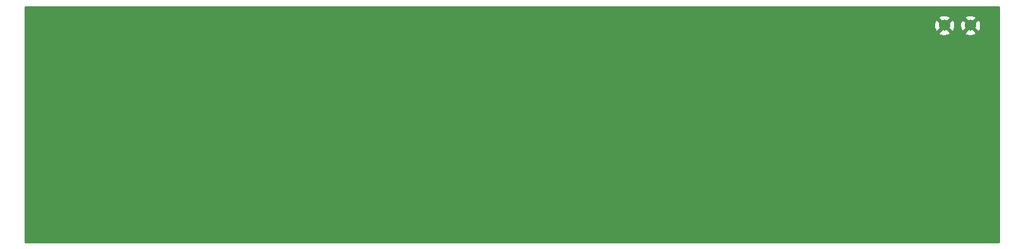
<source format=gbr>
G04 #@! TF.GenerationSoftware,KiCad,Pcbnew,5.1.2-f72e74a~84~ubuntu18.04.1*
G04 #@! TF.CreationDate,2019-07-26T13:12:55+02:00*
G04 #@! TF.ProjectId,filtre_calcule,66696c74-7265-45f6-9361-6c63756c652e,rev?*
G04 #@! TF.SameCoordinates,Original*
G04 #@! TF.FileFunction,Copper,L2,Bot*
G04 #@! TF.FilePolarity,Positive*
%FSLAX46Y46*%
G04 Gerber Fmt 4.6, Leading zero omitted, Abs format (unit mm)*
G04 Created by KiCad (PCBNEW 5.1.2-f72e74a~84~ubuntu18.04.1) date 2019-07-26 13:12:55*
%MOMM*%
%LPD*%
G04 APERTURE LIST*
%ADD10C,1.524000*%
%ADD11C,0.800000*%
%ADD12C,0.254000*%
G04 APERTURE END LIST*
D10*
X187325000Y-73025000D03*
X183825000Y-73025000D03*
D11*
X102365000Y-77470000D03*
X99565000Y-77470000D03*
X100965000Y-77830000D03*
X123190000Y-79220000D03*
X125220000Y-80645000D03*
X122420000Y-80645000D03*
X123825000Y-80470000D03*
X124460000Y-79220000D03*
X143510000Y-83640000D03*
X145550000Y-85090000D03*
X142700000Y-85090000D03*
X144145000Y-85040000D03*
X144780000Y-83640000D03*
X167165000Y-88900000D03*
X164315000Y-88900000D03*
X165735000Y-89260000D03*
X144780000Y-99210000D03*
X142765000Y-97790000D03*
X145565000Y-97790000D03*
X144145000Y-97810000D03*
X143510000Y-99210000D03*
X123190000Y-96440000D03*
X121135000Y-95250000D03*
X123935000Y-95250000D03*
X122555000Y-94975000D03*
X121920000Y-96440000D03*
X101600000Y-92255000D03*
X99545000Y-90805000D03*
X102345000Y-90805000D03*
X100965000Y-90805000D03*
X100330000Y-92255000D03*
X78740000Y-87600000D03*
X80010000Y-87600000D03*
X77965000Y-86360000D03*
X79375000Y-86300000D03*
X189230000Y-92710000D03*
X187960000Y-92710000D03*
X186690000Y-92710000D03*
X189230000Y-97790000D03*
X187960000Y-97790000D03*
X186690000Y-97790000D03*
X63900000Y-78105000D03*
X62230000Y-78105000D03*
X60960000Y-78105000D03*
X63500000Y-83185000D03*
X62230000Y-83185000D03*
X60960000Y-83185000D03*
X165100000Y-87860000D03*
X166370000Y-87860000D03*
X100330000Y-76455000D03*
X101600000Y-76455000D03*
X80765000Y-86360000D03*
D12*
G36*
X191110001Y-102210000D02*
G01*
X60350000Y-102210000D01*
X60350000Y-73990565D01*
X183039040Y-73990565D01*
X183106020Y-74230656D01*
X183355048Y-74347756D01*
X183622135Y-74414023D01*
X183897017Y-74426910D01*
X184169133Y-74385922D01*
X184428023Y-74292636D01*
X184543980Y-74230656D01*
X184610960Y-73990565D01*
X186539040Y-73990565D01*
X186606020Y-74230656D01*
X186855048Y-74347756D01*
X187122135Y-74414023D01*
X187397017Y-74426910D01*
X187669133Y-74385922D01*
X187928023Y-74292636D01*
X188043980Y-74230656D01*
X188110960Y-73990565D01*
X187325000Y-73204605D01*
X186539040Y-73990565D01*
X184610960Y-73990565D01*
X183825000Y-73204605D01*
X183039040Y-73990565D01*
X60350000Y-73990565D01*
X60350000Y-73097017D01*
X182423090Y-73097017D01*
X182464078Y-73369133D01*
X182557364Y-73628023D01*
X182619344Y-73743980D01*
X182859435Y-73810960D01*
X183645395Y-73025000D01*
X184004605Y-73025000D01*
X184790565Y-73810960D01*
X185030656Y-73743980D01*
X185147756Y-73494952D01*
X185214023Y-73227865D01*
X185220157Y-73097017D01*
X185923090Y-73097017D01*
X185964078Y-73369133D01*
X186057364Y-73628023D01*
X186119344Y-73743980D01*
X186359435Y-73810960D01*
X187145395Y-73025000D01*
X187504605Y-73025000D01*
X188290565Y-73810960D01*
X188530656Y-73743980D01*
X188647756Y-73494952D01*
X188714023Y-73227865D01*
X188726910Y-72952983D01*
X188685922Y-72680867D01*
X188592636Y-72421977D01*
X188530656Y-72306020D01*
X188290565Y-72239040D01*
X187504605Y-73025000D01*
X187145395Y-73025000D01*
X186359435Y-72239040D01*
X186119344Y-72306020D01*
X186002244Y-72555048D01*
X185935977Y-72822135D01*
X185923090Y-73097017D01*
X185220157Y-73097017D01*
X185226910Y-72952983D01*
X185185922Y-72680867D01*
X185092636Y-72421977D01*
X185030656Y-72306020D01*
X184790565Y-72239040D01*
X184004605Y-73025000D01*
X183645395Y-73025000D01*
X182859435Y-72239040D01*
X182619344Y-72306020D01*
X182502244Y-72555048D01*
X182435977Y-72822135D01*
X182423090Y-73097017D01*
X60350000Y-73097017D01*
X60350000Y-72059435D01*
X183039040Y-72059435D01*
X183825000Y-72845395D01*
X184610960Y-72059435D01*
X186539040Y-72059435D01*
X187325000Y-72845395D01*
X188110960Y-72059435D01*
X188043980Y-71819344D01*
X187794952Y-71702244D01*
X187527865Y-71635977D01*
X187252983Y-71623090D01*
X186980867Y-71664078D01*
X186721977Y-71757364D01*
X186606020Y-71819344D01*
X186539040Y-72059435D01*
X184610960Y-72059435D01*
X184543980Y-71819344D01*
X184294952Y-71702244D01*
X184027865Y-71635977D01*
X183752983Y-71623090D01*
X183480867Y-71664078D01*
X183221977Y-71757364D01*
X183106020Y-71819344D01*
X183039040Y-72059435D01*
X60350000Y-72059435D01*
X60350000Y-70510000D01*
X191110000Y-70510000D01*
X191110001Y-102210000D01*
X191110001Y-102210000D01*
G37*
X191110001Y-102210000D02*
X60350000Y-102210000D01*
X60350000Y-73990565D01*
X183039040Y-73990565D01*
X183106020Y-74230656D01*
X183355048Y-74347756D01*
X183622135Y-74414023D01*
X183897017Y-74426910D01*
X184169133Y-74385922D01*
X184428023Y-74292636D01*
X184543980Y-74230656D01*
X184610960Y-73990565D01*
X186539040Y-73990565D01*
X186606020Y-74230656D01*
X186855048Y-74347756D01*
X187122135Y-74414023D01*
X187397017Y-74426910D01*
X187669133Y-74385922D01*
X187928023Y-74292636D01*
X188043980Y-74230656D01*
X188110960Y-73990565D01*
X187325000Y-73204605D01*
X186539040Y-73990565D01*
X184610960Y-73990565D01*
X183825000Y-73204605D01*
X183039040Y-73990565D01*
X60350000Y-73990565D01*
X60350000Y-73097017D01*
X182423090Y-73097017D01*
X182464078Y-73369133D01*
X182557364Y-73628023D01*
X182619344Y-73743980D01*
X182859435Y-73810960D01*
X183645395Y-73025000D01*
X184004605Y-73025000D01*
X184790565Y-73810960D01*
X185030656Y-73743980D01*
X185147756Y-73494952D01*
X185214023Y-73227865D01*
X185220157Y-73097017D01*
X185923090Y-73097017D01*
X185964078Y-73369133D01*
X186057364Y-73628023D01*
X186119344Y-73743980D01*
X186359435Y-73810960D01*
X187145395Y-73025000D01*
X187504605Y-73025000D01*
X188290565Y-73810960D01*
X188530656Y-73743980D01*
X188647756Y-73494952D01*
X188714023Y-73227865D01*
X188726910Y-72952983D01*
X188685922Y-72680867D01*
X188592636Y-72421977D01*
X188530656Y-72306020D01*
X188290565Y-72239040D01*
X187504605Y-73025000D01*
X187145395Y-73025000D01*
X186359435Y-72239040D01*
X186119344Y-72306020D01*
X186002244Y-72555048D01*
X185935977Y-72822135D01*
X185923090Y-73097017D01*
X185220157Y-73097017D01*
X185226910Y-72952983D01*
X185185922Y-72680867D01*
X185092636Y-72421977D01*
X185030656Y-72306020D01*
X184790565Y-72239040D01*
X184004605Y-73025000D01*
X183645395Y-73025000D01*
X182859435Y-72239040D01*
X182619344Y-72306020D01*
X182502244Y-72555048D01*
X182435977Y-72822135D01*
X182423090Y-73097017D01*
X60350000Y-73097017D01*
X60350000Y-72059435D01*
X183039040Y-72059435D01*
X183825000Y-72845395D01*
X184610960Y-72059435D01*
X186539040Y-72059435D01*
X187325000Y-72845395D01*
X188110960Y-72059435D01*
X188043980Y-71819344D01*
X187794952Y-71702244D01*
X187527865Y-71635977D01*
X187252983Y-71623090D01*
X186980867Y-71664078D01*
X186721977Y-71757364D01*
X186606020Y-71819344D01*
X186539040Y-72059435D01*
X184610960Y-72059435D01*
X184543980Y-71819344D01*
X184294952Y-71702244D01*
X184027865Y-71635977D01*
X183752983Y-71623090D01*
X183480867Y-71664078D01*
X183221977Y-71757364D01*
X183106020Y-71819344D01*
X183039040Y-72059435D01*
X60350000Y-72059435D01*
X60350000Y-70510000D01*
X191110000Y-70510000D01*
X191110001Y-102210000D01*
M02*

</source>
